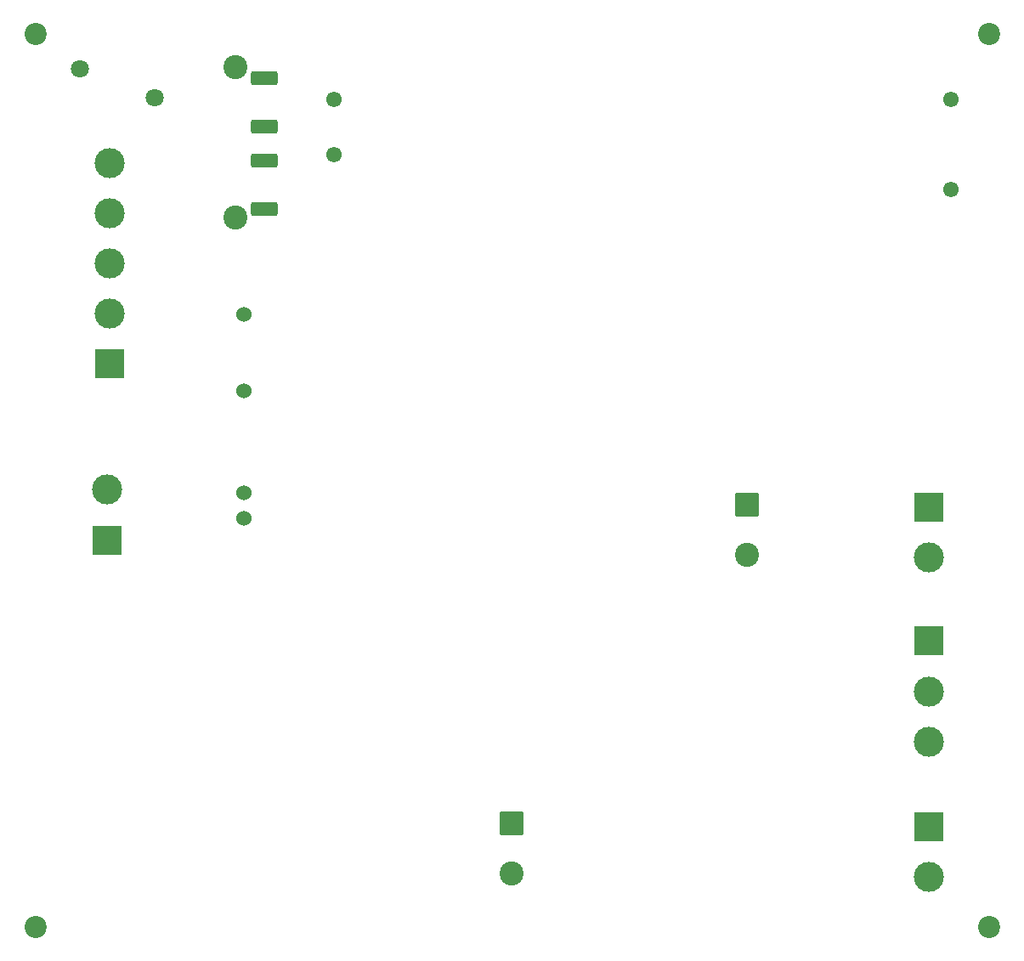
<source format=gbr>
%TF.GenerationSoftware,KiCad,Pcbnew,9.0.2*%
%TF.CreationDate,2025-06-19T15:47:43+12:00*%
%TF.ProjectId,ES-Speed-Box-Power,45532d53-7065-4656-942d-426f782d506f,rev?*%
%TF.SameCoordinates,Original*%
%TF.FileFunction,Soldermask,Bot*%
%TF.FilePolarity,Negative*%
%FSLAX46Y46*%
G04 Gerber Fmt 4.6, Leading zero omitted, Abs format (unit mm)*
G04 Created by KiCad (PCBNEW 9.0.2) date 2025-06-19 15:47:43*
%MOMM*%
%LPD*%
G01*
G04 APERTURE LIST*
G04 Aperture macros list*
%AMRoundRect*
0 Rectangle with rounded corners*
0 $1 Rounding radius*
0 $2 $3 $4 $5 $6 $7 $8 $9 X,Y pos of 4 corners*
0 Add a 4 corners polygon primitive as box body*
4,1,4,$2,$3,$4,$5,$6,$7,$8,$9,$2,$3,0*
0 Add four circle primitives for the rounded corners*
1,1,$1+$1,$2,$3*
1,1,$1+$1,$4,$5*
1,1,$1+$1,$6,$7*
1,1,$1+$1,$8,$9*
0 Add four rect primitives between the rounded corners*
20,1,$1+$1,$2,$3,$4,$5,0*
20,1,$1+$1,$4,$5,$6,$7,0*
20,1,$1+$1,$6,$7,$8,$9,0*
20,1,$1+$1,$8,$9,$2,$3,0*%
G04 Aperture macros list end*
%ADD10R,3.000000X3.000000*%
%ADD11C,3.000000*%
%ADD12C,2.200000*%
%ADD13C,2.400000*%
%ADD14RoundRect,0.250001X-0.949999X0.949999X-0.949999X-0.949999X0.949999X-0.949999X0.949999X0.949999X0*%
%ADD15C,1.524000*%
%ADD16C,1.549400*%
%ADD17C,1.800000*%
%ADD18RoundRect,0.249999X1.075001X-0.450001X1.075001X0.450001X-1.075001X0.450001X-1.075001X-0.450001X0*%
G04 APERTURE END LIST*
D10*
%TO.C,J1*%
X51850000Y-72345000D03*
D11*
X51850000Y-67345000D03*
X51850000Y-62345000D03*
X51850000Y-57345000D03*
X51850000Y-52345000D03*
%TD*%
D12*
%TO.C,H4*%
X139500000Y-128500000D03*
%TD*%
D10*
%TO.C,J4*%
X133492500Y-86662500D03*
D11*
X133492500Y-91662500D03*
%TD*%
D10*
%TO.C,J5*%
X133500000Y-118500000D03*
D11*
X133500000Y-123500000D03*
%TD*%
D13*
%TO.C,C1*%
X64450000Y-57807500D03*
X64450000Y-42807500D03*
%TD*%
D14*
%TO.C,C208*%
X91900000Y-118200000D03*
D13*
X91900000Y-123200000D03*
%TD*%
D12*
%TO.C,H2*%
X44500000Y-128500000D03*
%TD*%
D15*
%TO.C,S1*%
X65304100Y-67462300D03*
X65304100Y-75082300D03*
X65304100Y-85242300D03*
X65304100Y-87782300D03*
%TD*%
D14*
%TO.C,C200*%
X115400000Y-86384785D03*
D13*
X115400000Y-91384785D03*
%TD*%
D16*
%TO.C,U1*%
X74249998Y-46005501D03*
X74249998Y-51505501D03*
X135750002Y-55005501D03*
X135750002Y-46005501D03*
%TD*%
D17*
%TO.C,RV1*%
X56400000Y-45857500D03*
X48900000Y-42957500D03*
%TD*%
D10*
%TO.C,J2*%
X51636600Y-89932300D03*
D11*
X51636600Y-84932300D03*
%TD*%
D10*
%TO.C,J3*%
X133492500Y-100000000D03*
D11*
X133492500Y-105000000D03*
X133492500Y-110000000D03*
%TD*%
D12*
%TO.C,H1*%
X44500000Y-39500000D03*
%TD*%
%TO.C,H3*%
X139500000Y-39500000D03*
%TD*%
D18*
%TO.C,R2*%
X67312500Y-48745000D03*
X67312500Y-43945000D03*
%TD*%
%TO.C,R1*%
X67312500Y-56945000D03*
X67312500Y-52145000D03*
%TD*%
M02*

</source>
